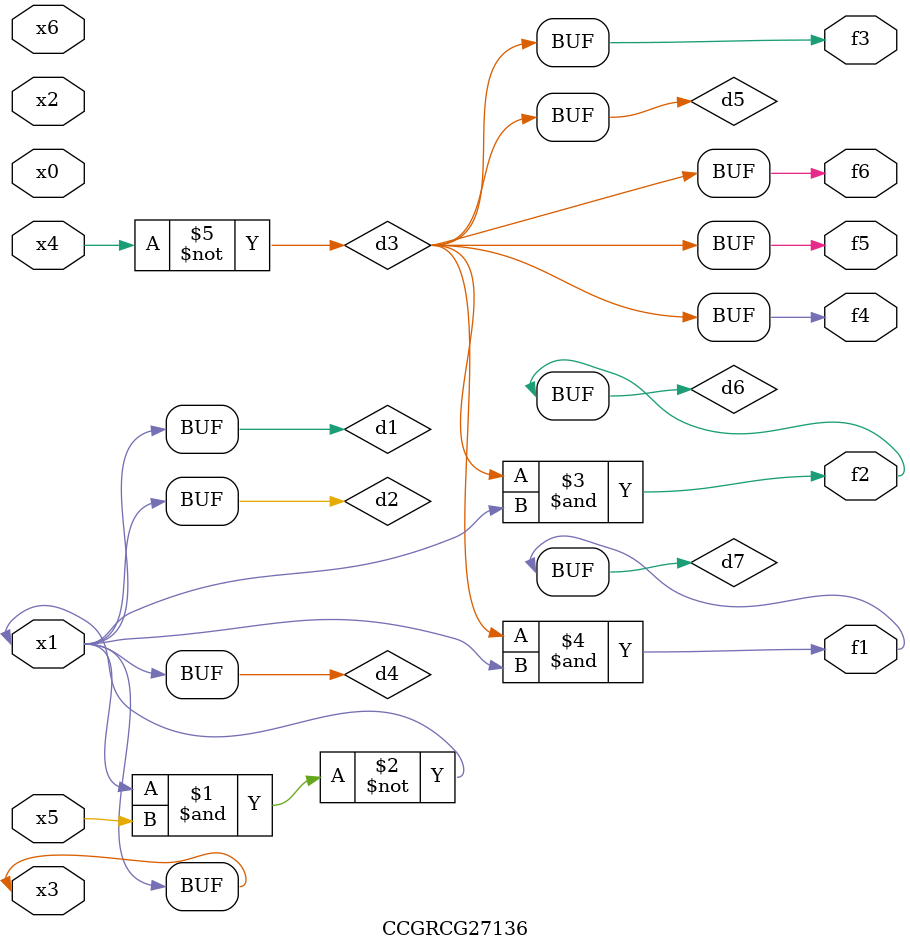
<source format=v>
module CCGRCG27136(
	input x0, x1, x2, x3, x4, x5, x6,
	output f1, f2, f3, f4, f5, f6
);

	wire d1, d2, d3, d4, d5, d6, d7;

	buf (d1, x1, x3);
	nand (d2, x1, x5);
	not (d3, x4);
	buf (d4, d1, d2);
	buf (d5, d3);
	and (d6, d3, d4);
	and (d7, d3, d4);
	assign f1 = d7;
	assign f2 = d6;
	assign f3 = d5;
	assign f4 = d5;
	assign f5 = d5;
	assign f6 = d5;
endmodule

</source>
